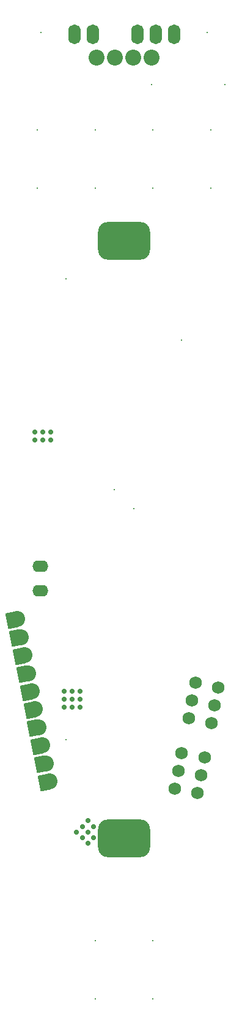
<source format=gbr>
G04 Layer_Color=16711935*
%FSLAX25Y25*%
%MOIN*%
%TF.FileFunction,Soldermask,Bot*%
%TF.Part,Single*%
G01*
G75*
%TA.AperFunction,ComponentPad*%
%ADD126O,0.08674X0.06312*%
%TA.AperFunction,ViaPad*%
%ADD127C,0.08674*%
%TA.AperFunction,ComponentPad*%
%ADD128C,0.06800*%
%ADD129O,0.06800X0.10737*%
%TA.AperFunction,WasherPad*%
%ADD131C,0.00800*%
%TA.AperFunction,ComponentPad*%
%ADD132C,0.00800*%
%ADD133C,0.08674*%
%TA.AperFunction,ViaPad*%
%ADD134C,0.02768*%
%TA.AperFunction,NonConductor*%
G04:AMPARAMS|DCode=135|XSize=60.83mil|YSize=86.74mil|CornerRadius=0mil|HoleSize=0mil|Usage=FLASHONLY|Rotation=11.000|XOffset=0mil|YOffset=0mil|HoleType=Round|Shape=Rectangle|*
%AMROTATEDRECTD135*
4,1,4,-0.02158,-0.04838,-0.03813,0.03677,0.02158,0.04838,0.03813,-0.03677,-0.02158,-0.04838,0.0*
%
%ADD135ROTATEDRECTD135*%

G04:AMPARAMS|DCode=136|XSize=60.7mil|YSize=86.61mil|CornerRadius=0mil|HoleSize=0mil|Usage=FLASHONLY|Rotation=11.000|XOffset=0mil|YOffset=0mil|HoleType=Round|Shape=Rectangle|*
%AMROTATEDRECTD136*
4,1,4,-0.02153,-0.04830,-0.03806,0.03672,0.02153,0.04830,0.03806,-0.03672,-0.02153,-0.04830,0.0*
%
%ADD136ROTATEDRECTD136*%

%TA.AperFunction,SMDPad,CuDef*%
G04:AMPARAMS|DCode=146|XSize=283.59mil|YSize=204.85mil|CornerRadius=53.21mil|HoleSize=0mil|Usage=FLASHONLY|Rotation=180.000|XOffset=0mil|YOffset=0mil|HoleType=Round|Shape=RoundedRectangle|*
%AMROUNDEDRECTD146*
21,1,0.28359,0.09842,0,0,180.0*
21,1,0.17716,0.20485,0,0,180.0*
1,1,0.10642,-0.08858,0.04921*
1,1,0.10642,0.08858,0.04921*
1,1,0.10642,0.08858,-0.04921*
1,1,0.10642,-0.08858,-0.04921*
%
%ADD146ROUNDEDRECTD146*%
D126*
X-45700Y294500D02*
D03*
Y307886D02*
D03*
D127*
X-42700Y200694D02*
D03*
X-40700Y190894D02*
D03*
X-44627Y210523D02*
D03*
X-48512Y230142D02*
D03*
X-50454Y239952D02*
D03*
X-52396Y249761D02*
D03*
X-54339Y259571D02*
D03*
X-56281Y269380D02*
D03*
X-58223Y279190D02*
D03*
X-46569Y220333D02*
D03*
D128*
X47644Y222771D02*
D03*
X35277Y225175D02*
D03*
X37155Y234837D02*
D03*
X39033Y244498D02*
D03*
X51400Y242094D02*
D03*
X49522Y232433D02*
D03*
X31511Y206360D02*
D03*
X43878Y203956D02*
D03*
X42000Y194295D02*
D03*
X40122Y184633D02*
D03*
X27755Y187037D02*
D03*
X29633Y196698D02*
D03*
D129*
X-17100Y597457D02*
D03*
X-27100D02*
D03*
X7500D02*
D03*
X27500D02*
D03*
X17500D02*
D03*
D131*
X15748Y513779D02*
D03*
X47244D02*
D03*
Y545276D02*
D03*
X15748D02*
D03*
X-47244Y513779D02*
D03*
X-15748D02*
D03*
Y545276D02*
D03*
X-47244D02*
D03*
X-15748Y104331D02*
D03*
X15748D02*
D03*
Y72638D02*
D03*
X-15748D02*
D03*
X-45276Y598425D02*
D03*
X45276D02*
D03*
X54900Y570000D02*
D03*
X14900Y570100D02*
D03*
D132*
X5289Y339199D02*
D03*
X-5289Y349778D02*
D03*
X31496Y431102D02*
D03*
X-31496Y213779D02*
D03*
Y464173D02*
D03*
D133*
X14900Y584800D02*
D03*
X4900D02*
D03*
X-5100D02*
D03*
X-15100D02*
D03*
D134*
X-16623Y160324D02*
D03*
X-19685Y163386D02*
D03*
Y157261D02*
D03*
X-22747Y160324D02*
D03*
X-25810Y163386D02*
D03*
X-22747Y166448D02*
D03*
X-16623Y166448D02*
D03*
X-19685Y169510D02*
D03*
X-24013Y235732D02*
D03*
X-24013Y231401D02*
D03*
Y240062D02*
D03*
X-32675D02*
D03*
X-32675Y235732D02*
D03*
X-32675Y231401D02*
D03*
X-28344Y240062D02*
D03*
X-28344Y235732D02*
D03*
X-28344Y231401D02*
D03*
X-48622Y376772D02*
D03*
Y381102D02*
D03*
X-44291Y376772D02*
D03*
Y381102D02*
D03*
X-39961Y376772D02*
D03*
Y381102D02*
D03*
D135*
X-58876Y268886D02*
D03*
X-56933Y259076D02*
D03*
X-54991Y249267D02*
D03*
X-51106Y229648D02*
D03*
X-49164Y219838D02*
D03*
X-47222Y210029D02*
D03*
X-45295Y200200D02*
D03*
X-60818Y278696D02*
D03*
X-53049Y239457D02*
D03*
D136*
X-43295Y190400D02*
D03*
D146*
X0Y484842D02*
D03*
Y160039D02*
D03*
%TF.MD5,d79d12bac94e570abadb5becd8c992de*%
M02*

</source>
